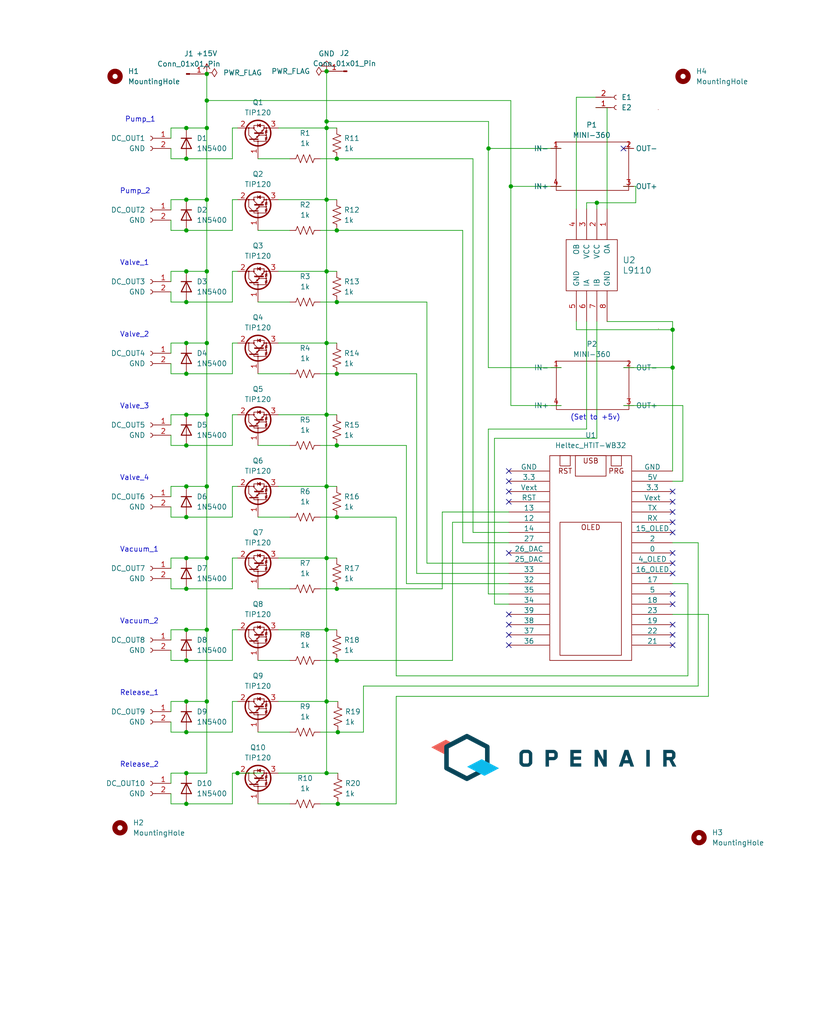
<source format=kicad_sch>
(kicad_sch (version 20230121) (generator eeschema)
  (paper "User" 203.2 254)
  (lib_symbols
    (symbol "Connector:Conn_01x01_Pin" (pin_names (offset 1.016) hide)
      (property "Reference" "J" (at 0 2.54 0))
      (property "Value" "Conn_01x01_Pin" (at 0 -2.54 0))
      (symbol "Conn_01x01_Pin_1_1"
        (polyline (pts (xy 1.27 0) (xy 0.8636 0)) (stroke (width 0.1524)))
        (rectangle (start 0.8636 0.127) (end 0 -0.127) (stroke (width 0.1524)) (fill (type outline)))
        (pin passive line (at 5.08 0 180) (length 3.81) (name "Pin_1") (number "1"))
      )
    )
    (symbol "Connector:Conn_01x02_Socket" (pin_names (offset 1.016) hide)
      (property "Reference" "J" (at 0 2.54 0))
      (property "Value" "Conn_01x02_Socket" (at 0 -5.08 0))
      (symbol "Conn_01x02_Socket_1_1"
        (arc (start 0 -2.032) (mid -0.5058 -2.54) (end 0 -3.048) (stroke (width 0.1524)))
        (polyline (pts (xy -1.27 -2.54) (xy -0.508 -2.54)) (stroke (width 0.1524)))
        (polyline (pts (xy -1.27 0) (xy -0.508 0)) (stroke (width 0.1524)))
        (arc (start 0 0.508) (mid -0.5058 0) (end 0 -0.508) (stroke (width 0.1524)))
        (pin passive line (at -5.08 0 0) (length 3.81) (name "Pin_1") (number "1"))
        (pin passive line (at -5.08 -2.54 0) (length 3.81) (name "Pin_2") (number "2"))
      )
    )
    (symbol "Device:R_US" (pin_numbers hide) (pin_names (offset 0))
      (property "Reference" "R" (at 2.54 0 90))
      (property "Value" "R_US" (at -2.54 0 90))
      (symbol "R_US_0_1"
        (polyline (pts (xy 0 -2.286) (xy 0 -2.54)))
        (polyline (pts (xy 0 2.286) (xy 0 2.54)))
        (polyline (pts (xy 0 -0.762) (xy 1.016 -1.143) (xy 0 -1.524) (xy -1.016 -1.905) (xy 0 -2.286)))
        (polyline (pts (xy 0 0.762) (xy 1.016 0.381) (xy 0 0) (xy -1.016 -0.381) (xy 0 -0.762)))
        (polyline (pts (xy 0 2.286) (xy 1.016 1.905) (xy 0 1.524) (xy -1.016 1.143) (xy 0 0.762)))
      )
      (symbol "R_US_1_1"
        (pin passive line (at 0 3.81 270) (length 1.27) (name "~") (number "1"))
        (pin passive line (at 0 -3.81 90) (length 1.27) (name "~") (number "2"))
      )
    )
    (symbol "Diode:1N5400" (pin_numbers hide) (pin_names hide)
      (property "Reference" "D" (at 0 2.54 0))
      (property "Value" "1N5400" (at 0 -2.54 0))
      (symbol "1N5400_0_1"
        (polyline (pts (xy -1.27 1.27) (xy -1.27 -1.27)) (stroke (width 0.254)))
        (polyline (pts (xy 1.27 0) (xy -1.27 0)))
        (polyline (pts (xy 1.27 1.27) (xy 1.27 -1.27) (xy -1.27 0) (xy 1.27 1.27)) (stroke (width 0.254)))
      )
      (symbol "1N5400_1_1"
        (pin passive line (at -3.81 0 0) (length 2.54) (name "K") (number "1"))
        (pin passive line (at 3.81 0 180) (length 2.54) (name "A") (number "2"))
      )
    )
    (symbol "L9110:L9110" (pin_names (offset 1.016))
      (property "Reference" "U" (at 0 7.62 0))
      (property "Value" "L9110" (at 0 -7.62 0))
      (symbol "L9110_0_1"
        (rectangle (start 6.35 -6.35) (end -6.35 6.35))
      )
      (symbol "L9110_1_1"
        (pin output line (at -13.97 3.81 0) (length 7.62) (name "OA") (number "1"))
        (pin power_in line (at -13.97 1.27 0) (length 7.62) (name "VCC") (number "2"))
        (pin power_in line (at -13.97 -1.27 0) (length 7.62) (name "VCC") (number "3"))
        (pin output line (at -13.97 -3.81 0) (length 7.62) (name "OB") (number "4"))
        (pin power_in line (at 13.97 -3.81 180) (length 7.62) (name "GND") (number "5"))
        (pin input line (at 13.97 -1.27 180) (length 7.62) (name "IA") (number "6"))
        (pin input line (at 13.97 1.27 180) (length 7.62) (name "IB") (number "7"))
        (pin power_in line (at 13.97 3.81 180) (length 7.62) (name "GND") (number "8"))
      )
      (symbol "L9110_1_2"
        (pin output line (at -19.05 12.7 0) (length 7.62) (name "OA") (number "1"))
        (pin output line (at -19.05 5.08 0) (length 7.62) (name "VCC") (number "2"))
        (pin output line (at -19.05 -5.08 0) (length 7.62) (name "VCC") (number "3"))
        (pin power_out line (at -19.05 -12.7 0) (length 7.62) (name "OB") (number "4"))
        (pin power_out line (at 17.78 -12.7 180) (length 7.62) (name "GND") (number "5"))
        (pin input line (at 17.78 -5.08 180) (length 7.62) (name "IA") (number "6"))
        (pin input line (at 17.78 5.08 180) (length 7.62) (name "IB") (number "7"))
        (pin power_in line (at 17.78 12.7 180) (length 7.62) (name "GND") (number "8"))
      )
    )
    (symbol "MINI-360_1"
      (property "Reference" "P1" (at 7.62 15.24 0))
      (property "Value" "MINI-360" (at 7.62 12.7 0))
      (symbol "MINI-360_1_0_1"
        (rectangle (start 24.13 19.05) (end 24.13 19.05))
      )
      (symbol "MINI-360_1_1_1"
        (rectangle (start -1.2 11) (end 16.8 -1))
        (pin input line (at 0 9.398 180) (length 2.54) (name "IN-") (number "1"))
        (pin power_out line (at 15.494 9.398 0) (length 2.54) (name "OUT-") (number "2"))
        (pin power_out line (at 15.494 0 0) (length 2.54) (name "OUT+") (number "3"))
        (pin input line (at 0 0 180) (length 2.54) (name "IN+") (number "4"))
      )
    )
    (symbol "Mechanical:MountingHole" (pin_names (offset 1.016))
      (property "Reference" "H" (at 0 5.08 0))
      (property "Value" "MountingHole" (at 0 3.175 0))
      (symbol "MountingHole_0_1"
        (circle (center 0 0) (radius 1.27) (stroke (width 1.27)))
      )
    )
    (symbol "Transistor_BJT:TIP120" (pin_names (offset 0) hide)
      (property "Reference" "Q" (at 5.08 1.905 0))
      (property "Value" "TIP120" (at 5.08 0 0))
      (symbol "TIP120_0_1"
        (circle (center -0.762 0) (radius 0.127))
        (polyline (pts (xy -1.27 0) (xy -0.889 0)))
        (polyline (pts (xy 2.54 -2.032) (xy 2.54 -2.54)))
        (polyline (pts (xy 2.54 -1.524) (xy 3.175 -1.524)))
        (polyline (pts (xy 2.794 0.127) (xy 3.556 0.127)))
        (polyline (pts (xy 3.175 -0.635) (xy 3.175 -1.524)))
        (polyline (pts (xy 3.175 1.016) (xy 2.54 1.016)))
        (polyline (pts (xy 3.175 1.016) (xy 3.175 0.127)))
        (polyline (pts (xy -0.254 0.762) (xy 0.762 -0.254) (xy 1.27 -0.254)))
        (polyline (pts (xy -0.254 1.016) (xy -0.762 1.016) (xy -0.762 -2.032)))
        (polyline (pts (xy -0.254 1.27) (xy 0.762 2.286) (xy 2.54 2.286)))
        (polyline (pts (xy -0.254 2.032) (xy -0.254 0) (xy -0.254 0)) (stroke (width 0.3048)))
        (polyline (pts (xy 1.27 0.762) (xy 1.27 -1.27) (xy 1.27 -1.27)) (stroke (width 0.381)))
        (polyline (pts (xy 0.635 -0.127) (xy 0.381 0.381) (xy 0.127 0.127) (xy 0.635 -0.127)))
        (polyline (pts (xy 1.27 -0.508) (xy 2.286 -1.524) (xy 2.54 -1.524) (xy 2.54 -2.032)))
        (polyline (pts (xy 1.27 0) (xy 2.286 1.016) (xy 2.54 1.016) (xy 2.54 2.286)))
        (polyline (pts (xy 2.159 -1.397) (xy 1.905 -0.889) (xy 1.651 -1.143) (xy 2.159 -1.397)))
        (polyline (pts (xy 3.175 0.127) (xy 2.794 -0.635) (xy 3.556 -0.635) (xy 3.175 0.127)) (fill (type outline)))
        (polyline (pts (xy 0.762 -2.032) (xy 0.381 -2.032) (xy 0.254 -2.286) (xy 0.127 -1.778) (xy 0 -2.286) (xy -0.127 -1.778) (xy -0.254 -2.286) (xy -0.381 -1.778) (xy -0.508 -2.032) (xy -0.762 -2.032)))
        (polyline (pts (xy 0.762 -0.254) (xy 0.762 -2.032) (xy 1.143 -2.032) (xy 1.27 -1.778) (xy 1.397 -2.286) (xy 1.524 -1.778) (xy 1.651 -2.286) (xy 1.778 -1.778) (xy 1.905 -2.286) (xy 2.032 -2.032) (xy 2.54 -2.032)))
        (circle (center 0.762 -2.032) (radius 0.127))
        (circle (center 0.762 -0.254) (radius 0.127))
        (circle (center 1.27 0) (radius 3.175) (stroke (width 0.3556)))
        (circle (center 2.54 -2.032) (radius 0.127))
        (circle (center 2.54 -1.524) (radius 0.127))
        (circle (center 2.54 1.016) (radius 0.127))
        (circle (center 2.54 2.286) (radius 0.127))
      )
      (symbol "TIP120_1_1"
        (pin input line (at -5.08 0 0) (length 3.81) (name "B") (number "1"))
        (pin passive line (at 2.54 5.08 270) (length 2.667) (name "C") (number "2"))
        (pin passive line (at 2.54 -5.08 90) (length 2.54) (name "E") (number "3"))
      )
    )
    (symbol "esp32:Heltec_HTIT-WB32" (pin_numbers hide) (pin_names (offset 0))
      (property "Reference" "U1" (at 0 30.48 0))
      (property "Value" "Heltec_HTIT-WB32" (at 0 27.94 0))
      (symbol "Heltec_HTIT-WB32_0_0"
        (rectangle (start -5.08 22.86) (end -7.62 25.4))
        (rectangle (start 3.81 25.4) (end -3.81 20.32))
        (rectangle (start 5.08 22.86) (end 7.62 25.4))
        (rectangle (start 7.62 -24.13) (end -7.62 8.89))
        (rectangle (start 10.16 -25.4) (end -10.16 25.4))
        (text "OLED" (at 0 7.62 0) (effects (font (size 1.27 1.27))))
        (text "PRG" (at 6.35 21.59 0) (effects (font (size 1.27 1.27))))
        (text "RST" (at -6.35 21.59 0) (effects (font (size 1.27 1.27))))
        (text "USB" (at 0 24.13 0) (effects (font (size 1.27 1.27))))
      )
      (symbol "Heltec_HTIT-WB32_1_1"
        (pin bidirectional line (at 20.32 1.27 180) (length 10.0076) (name "0") (number "0"))
        (pin bidirectional line (at 20.32 11.43 180) (length 10.0076) (name "TX") (number "1"))
        (pin power_out line (at 20.32 13.97 180) (length 10.0076) (name "Vext") (number "10"))
        (pin power_in line (at 20.32 16.51 180) (length 10.0076) (name "3.3") (number "11"))
        (pin bidirectional line (at -20.32 8.89 0) (length 10.0076) (name "12") (number "12"))
        (pin bidirectional line (at -20.32 11.43 0) (length 10.0076) (name "13") (number "13"))
        (pin bidirectional line (at -20.32 6.35 0) (length 10.0076) (name "14") (number "14"))
        (pin bidirectional line (at 20.32 6.35 180) (length 10.0076) (name "15_OLED") (number "15"))
        (pin bidirectional line (at 20.32 -3.81 180) (length 10.0076) (name "16_OLED") (number "16"))
        (pin bidirectional line (at 20.32 -6.35 180) (length 10.0076) (name "17") (number "17"))
        (pin bidirectional line (at 20.32 -11.43 180) (length 10.0076) (name "18") (number "18"))
        (pin bidirectional line (at 20.32 -16.51 180) (length 10.0076) (name "19") (number "19"))
        (pin bidirectional line (at 20.32 3.81 180) (length 10.0076) (name "2") (number "2"))
        (pin power_in line (at 20.32 19.05 180) (length 10.0076) (name "5V") (number "20"))
        (pin bidirectional line (at 20.32 -21.59 180) (length 10.0076) (name "21") (number "21"))
        (pin bidirectional line (at 20.32 -19.05 180) (length 10.0076) (name "22") (number "22"))
        (pin bidirectional line (at 20.32 -13.97 180) (length 10.0076) (name "23") (number "23"))
        (pin bidirectional line (at -20.32 -1.27 0) (length 10.0076) (name "25_DAC") (number "25"))
        (pin bidirectional line (at -20.32 1.27 0) (length 10.0076) (name "26_DAC") (number "26"))
        (pin bidirectional line (at -20.32 3.81 0) (length 10.0076) (name "27") (number "27"))
        (pin power_in line (at 20.32 21.59 180) (length 10.0076) (name "GND") (number "28"))
        (pin bidirectional line (at 20.32 8.89 180) (length 10.0076) (name "RX") (number "3"))
        (pin input line (at -20.32 -6.35 0) (length 10.0076) (name "32") (number "32"))
        (pin input line (at -20.32 -3.81 0) (length 10.0076) (name "33") (number "33"))
        (pin bidirectional line (at -20.32 -11.43 0) (length 10.0076) (name "34") (number "34"))
        (pin bidirectional line (at -20.32 -8.89 0) (length 10.0076) (name "35") (number "35"))
        (pin input line (at -20.32 -21.59 0) (length 10.0076) (name "36") (number "36"))
        (pin input line (at -20.32 -19.05 0) (length 10.0076) (name "37") (number "37"))
        (pin input line (at -20.32 -16.51 0) (length 10.0076) (name "38") (number "38"))
        (pin input line (at -20.32 -13.97 0) (length 10.0076) (name "39") (number "39"))
        (pin bidirectional line (at 20.32 -1.27 180) (length 10.0076) (name "4_OLED") (number "4"))
        (pin bidirectional line (at 20.32 -8.89 180) (length 10.0076) (name "5") (number "5"))
        (pin input line (at -20.32 13.97 0) (length 10.0076) (name "RST") (number "6"))
        (pin power_out line (at -20.32 16.51 0) (length 10.0076) (name "Vext") (number "7"))
        (pin power_in line (at -20.32 21.59 0) (length 10.0076) (name "GND") (number "8"))
        (pin power_in line (at -20.32 19.05 0) (length 10.0076) (name "3.3") (number "9"))
      )
    )
    (symbol "power:+15V" (power) (pin_names (offset 0))
      (property "Value" "+15V" (at 0 3.556 0))
      (symbol "+15V_0_1"
        (polyline (pts (xy -0.762 1.27) (xy 0 2.54)))
        (polyline (pts (xy 0 0) (xy 0 2.54)))
        (polyline (pts (xy 0 2.54) (xy 0.762 1.27)))
      )
      (symbol "+15V_1_1"
        (pin power_in line (at 0 0 90) (length 0) hide (name "+15V") (number "1"))
      )
    )
    (symbol "power:GND" (power) (pin_names (offset 0))
      (property "Value" "GND" (at 0 -3.81 0))
      (symbol "GND_0_1"
        (polyline (pts (xy 0 0) (xy 0 -1.27) (xy 1.27 -1.27) (xy 0 -2.54) (xy -1.27 -1.27) (xy 0 -1.27)))
      )
      (symbol "GND_1_1"
        (pin power_in line (at 0 0 270) (length 0) hide (name "GND") (number "1"))
      )
    )
    (symbol "power:PWR_FLAG" (power) (pin_numbers hide) (pin_names (offset 0) hide)
      (property "Value" "PWR_FLAG" (at 0 3.81 0))
      (symbol "PWR_FLAG_0_0"
        (pin power_out line (at 0 0 90) (length 0) (name "pwr") (number "1"))
      )
      (symbol "PWR_FLAG_0_1"
        (polyline (pts (xy 0 0) (xy 0 1.27) (xy -1.016 1.905) (xy 0 2.54) (xy 1.016 1.905) (xy 0 1.27)))
      )
    )
  )
  (junction (at 81.026 31.75))
  (junction (at 46.228 173.99))
  (junction (at 81.026 85.09))
  (junction (at 51.308 49.53))
  (junction (at 46.228 39.37))
  (junction (at 83.566 57.15))
  (junction (at 46.228 92.71))
  (junction (at 51.308 85.09))
  (junction (at 51.308 138.43))
  (junction (at 51.308 102.87))
  (junction (at 81.026 173.99))
  (junction (at 81.026 191.77))
  (junction (at 81.026 120.65))
  (junction (at 51.308 24.9428))
  (junction (at 51.308 18.3388))
  (junction (at 83.566 163.83))
  (junction (at 46.228 120.65))
  (junction (at 81.026 49.53))
  (junction (at 46.228 199.39))
  (junction (at 83.82 181.61))
  (junction (at 81.026 30.1244))
  (junction (at 51.308 156.21))
  (junction (at 148.082 50.292))
  (junction (at 166.878 91.186))
  (junction (at 46.228 85.09))
  (junction (at 46.228 67.31))
  (junction (at 46.228 138.43))
  (junction (at 81.026 17.6784))
  (junction (at 51.308 31.75))
  (junction (at 46.228 146.05))
  (junction (at 51.308 67.31))
  (junction (at 126.746 46.228))
  (junction (at 51.308 173.99))
  (junction (at 81.026 156.21))
  (junction (at 83.82 199.39))
  (junction (at 166.878 81.788))
  (junction (at 46.228 110.49))
  (junction (at 81.026 67.31))
  (junction (at 46.228 156.21))
  (junction (at 46.228 57.15))
  (junction (at 83.566 146.05))
  (junction (at 83.566 39.37))
  (junction (at 81.026 102.87))
  (junction (at 46.228 31.75))
  (junction (at 83.566 128.27))
  (junction (at 58.928 191.77))
  (junction (at 46.228 191.77))
  (junction (at 46.228 128.27))
  (junction (at 46.228 181.61))
  (junction (at 46.228 102.87))
  (junction (at 81.026 138.43))
  (junction (at 46.228 49.53))
  (junction (at 83.566 74.93))
  (junction (at 83.566 110.49))
  (junction (at 121.2088 36.83))
  (junction (at 83.566 92.71))
  (junction (at 51.308 120.65))
  (junction (at 46.228 163.83))
  (junction (at 46.228 74.93))
  (no_connect (at 166.878 157.48))
  (no_connect (at 166.878 149.86))
  (no_connect (at 166.878 147.32))
  (no_connect (at 166.878 127))
  (no_connect (at 154.686 36.83))
  (no_connect (at 126.238 121.92))
  (no_connect (at 166.878 132.08))
  (no_connect (at 126.238 160.02))
  (no_connect (at 126.238 124.46))
  (no_connect (at 166.878 124.46))
  (no_connect (at 126.238 152.4))
  (no_connect (at 166.878 154.94))
  (no_connect (at 166.878 142.24))
  (no_connect (at 166.878 139.7))
  (no_connect (at 166.878 137.16))
  (no_connect (at 126.238 116.84))
  (no_connect (at 126.238 157.48))
  (no_connect (at 126.238 119.38))
  (no_connect (at 166.878 160.02))
  (no_connect (at 126.238 137.16))
  (no_connect (at 126.238 154.94))
  (no_connect (at 166.878 121.92))
  (no_connect (at 166.878 129.54))
  (wire (pts (xy 83.82 181.61) (xy 79.502 181.61)))
  (wire (pts (xy 46.228 102.87) (xy 51.308 102.87)))
  (wire (pts (xy 122.682 149.86) (xy 126.238 149.86)))
  (wire (pts (xy 81.026 30.1244) (xy 81.026 31.75)))
  (wire (pts (xy 42.418 128.27) (xy 46.228 128.27)))
  (wire (pts (xy 57.658 49.53) (xy 58.928 49.53)))
  (wire (pts (xy 143.002 79.756) (xy 143.002 81.788)))
  (wire (pts (xy 145.542 50.292) (xy 145.542 51.816)))
  (wire (pts (xy 46.228 138.43) (xy 51.308 138.43)))
  (wire (pts (xy 57.658 67.31) (xy 58.928 67.31)))
  (wire (pts (xy 42.418 156.21) (xy 46.228 156.21)))
  (wire (pts (xy 42.418 52.07) (xy 42.418 49.53)))
  (wire (pts (xy 154.7368 91.186) (xy 166.878 91.186)))
  (wire (pts (xy 46.228 85.09) (xy 51.308 85.09)))
  (wire (pts (xy 64.008 128.27) (xy 71.882 128.27)))
  (wire (pts (xy 42.418 181.61) (xy 46.228 181.61)))
  (wire (pts (xy 100.838 144.78) (xy 100.838 110.49)))
  (wire (pts (xy 126.746 24.9428) (xy 126.746 46.228)))
  (wire (pts (xy 112.268 129.54) (xy 126.238 129.54)))
  (wire (pts (xy 166.878 91.186) (xy 166.878 116.84)))
  (wire (pts (xy 42.418 85.09) (xy 46.228 85.09)))
  (wire (pts (xy 126.238 139.7) (xy 105.918 139.7)))
  (wire (pts (xy 42.418 199.39) (xy 46.228 199.39)))
  (wire (pts (xy 64.008 163.83) (xy 71.882 163.83)))
  (wire (pts (xy 51.308 156.21) (xy 51.308 173.99)))
  (wire (pts (xy 81.026 102.87) (xy 83.566 102.87)))
  (wire (pts (xy 166.878 79.756) (xy 166.878 81.788)))
  (wire (pts (xy 42.418 34.29) (xy 42.418 31.75)))
  (wire (pts (xy 57.658 110.49) (xy 57.658 102.87)))
  (wire (pts (xy 64.008 181.61) (xy 71.882 181.61)))
  (wire (pts (xy 166.878 134.62) (xy 173.228 134.62)))
  (wire (pts (xy 57.658 102.87) (xy 58.928 102.87)))
  (wire (pts (xy 90.17 170.18) (xy 90.17 181.61)))
  (wire (pts (xy 46.228 173.99) (xy 51.308 173.99)))
  (wire (pts (xy 51.308 24.9428) (xy 51.308 31.75)))
  (wire (pts (xy 121.158 36.83) (xy 121.158 91.186)))
  (wire (pts (xy 69.088 191.77) (xy 81.026 191.77)))
  (wire (pts (xy 69.088 31.75) (xy 81.026 31.75)))
  (wire (pts (xy 150.622 26.67) (xy 150.622 51.816)))
  (wire (pts (xy 57.658 39.37) (xy 57.658 31.75)))
  (wire (pts (xy 57.658 31.75) (xy 58.928 31.75)))
  (wire (pts (xy 147.828 26.67) (xy 150.622 26.67)))
  (wire (pts (xy 126.746 100.584) (xy 139.2428 100.584)))
  (wire (pts (xy 122.682 149.86) (xy 122.682 108.712)))
  (wire (pts (xy 81.026 156.21) (xy 83.566 156.21)))
  (wire (pts (xy 64.008 74.93) (xy 71.882 74.93)))
  (wire (pts (xy 42.418 173.99) (xy 46.228 173.99)))
  (wire (pts (xy 46.228 191.77) (xy 51.308 191.77)))
  (wire (pts (xy 170.688 167.64) (xy 98.298 167.64)))
  (wire (pts (xy 46.228 156.21) (xy 51.308 156.21)))
  (wire (pts (xy 79.502 128.27) (xy 83.566 128.27)))
  (wire (pts (xy 81.026 102.87) (xy 81.026 120.65)))
  (wire (pts (xy 83.566 92.71) (xy 103.378 92.71)))
  (wire (pts (xy 57.658 199.39) (xy 57.658 191.77)))
  (wire (pts (xy 81.026 120.65) (xy 83.566 120.65)))
  (wire (pts (xy 83.566 39.37) (xy 117.348 39.37)))
  (wire (pts (xy 64.008 57.15) (xy 71.882 57.15)))
  (wire (pts (xy 42.418 194.31) (xy 42.418 191.77)))
  (wire (pts (xy 51.308 49.53) (xy 51.308 67.31)))
  (wire (pts (xy 64.008 199.39) (xy 71.882 199.39)))
  (wire (pts (xy 64.008 110.49) (xy 71.882 110.49)))
  (wire (pts (xy 46.228 39.37) (xy 57.658 39.37)))
  (wire (pts (xy 121.2088 36.83) (xy 139.192 36.83)))
  (wire (pts (xy 64.008 92.71) (xy 71.882 92.71)))
  (wire (pts (xy 81.026 85.09) (xy 81.026 102.87)))
  (wire (pts (xy 150.622 79.756) (xy 166.878 79.756)))
  (wire (pts (xy 109.728 146.05) (xy 109.728 127)))
  (wire (pts (xy 173.228 134.62) (xy 173.228 170.18)))
  (wire (pts (xy 51.308 120.65) (xy 51.308 138.43)))
  (wire (pts (xy 42.418 49.53) (xy 46.228 49.53)))
  (wire (pts (xy 57.658 85.09) (xy 58.928 85.09)))
  (wire (pts (xy 114.808 57.15) (xy 114.808 134.62)))
  (wire (pts (xy 46.228 31.75) (xy 51.308 31.75)))
  (wire (pts (xy 166.878 144.78) (xy 170.688 144.78)))
  (wire (pts (xy 51.308 85.09) (xy 51.308 102.87)))
  (wire (pts (xy 64.008 146.05) (xy 71.882 146.05)))
  (wire (pts (xy 90.17 181.61) (xy 83.82 181.61)))
  (wire (pts (xy 46.228 163.83) (xy 57.658 163.83)))
  (wire (pts (xy 42.418 191.77) (xy 46.228 191.77)))
  (wire (pts (xy 46.228 49.53) (xy 51.308 49.53)))
  (wire (pts (xy 79.502 92.71) (xy 83.566 92.71)))
  (wire (pts (xy 103.378 142.24) (xy 103.378 92.71)))
  (wire (pts (xy 46.228 128.27) (xy 57.658 128.27)))
  (wire (pts (xy 46.228 120.65) (xy 51.308 120.65)))
  (wire (pts (xy 79.502 110.49) (xy 83.566 110.49)))
  (wire (pts (xy 121.158 106.426) (xy 121.158 147.32)))
  (wire (pts (xy 166.878 152.4) (xy 175.768 152.4)))
  (wire (pts (xy 81.026 138.43) (xy 83.566 138.43)))
  (wire (pts (xy 81.026 191.77) (xy 83.82 191.77)))
  (wire (pts (xy 57.658 146.05) (xy 57.658 138.43)))
  (wire (pts (xy 51.308 24.9428) (xy 126.746 24.9428)))
  (wire (pts (xy 51.308 31.75) (xy 51.308 49.53)))
  (wire (pts (xy 42.418 105.41) (xy 42.418 102.87)))
  (wire (pts (xy 42.418 163.83) (xy 46.228 163.83)))
  (wire (pts (xy 121.2088 36.83) (xy 121.158 36.83)))
  (wire (pts (xy 145.542 79.756) (xy 145.542 106.426)))
  (wire (pts (xy 42.418 123.19) (xy 42.418 120.65)))
  (wire (pts (xy 46.228 92.71) (xy 57.658 92.71)))
  (wire (pts (xy 169.418 100.584) (xy 169.418 119.38)))
  (wire (pts (xy 81.026 17.6784) (xy 81.026 30.1244)))
  (wire (pts (xy 83.566 110.49) (xy 100.838 110.49)))
  (wire (pts (xy 105.918 139.7) (xy 105.918 74.93)))
  (wire (pts (xy 42.418 39.37) (xy 46.228 39.37)))
  (wire (pts (xy 81.026 49.53) (xy 81.026 67.31)))
  (wire (pts (xy 109.728 127) (xy 126.238 127)))
  (wire (pts (xy 83.566 74.93) (xy 105.918 74.93)))
  (wire (pts (xy 46.228 74.93) (xy 57.658 74.93)))
  (wire (pts (xy 42.418 92.71) (xy 46.228 92.71)))
  (wire (pts (xy 148.082 108.712) (xy 148.082 79.756)))
  (wire (pts (xy 42.418 57.15) (xy 46.228 57.15)))
  (wire (pts (xy 42.418 87.63) (xy 42.418 85.09)))
  (wire (pts (xy 42.418 69.85) (xy 42.418 67.31)))
  (wire (pts (xy 79.502 74.93) (xy 83.566 74.93)))
  (wire (pts (xy 98.298 172.72) (xy 98.298 199.39)))
  (wire (pts (xy 81.026 138.43) (xy 81.026 156.21)))
  (wire (pts (xy 57.658 92.71) (xy 57.658 85.09)))
  (wire (pts (xy 114.808 134.62) (xy 126.238 134.62)))
  (wire (pts (xy 117.348 39.37) (xy 117.348 132.08)))
  (wire (pts (xy 57.658 173.99) (xy 58.928 173.99)))
  (wire (pts (xy 154.7368 100.584) (xy 169.418 100.584)))
  (wire (pts (xy 51.308 102.87) (xy 51.308 120.65)))
  (wire (pts (xy 81.026 85.09) (xy 83.566 85.09)))
  (wire (pts (xy 148.082 50.292) (xy 145.542 50.292)))
  (wire (pts (xy 42.418 125.73) (xy 42.418 128.27)))
  (wire (pts (xy 42.418 146.05) (xy 46.228 146.05)))
  (wire (pts (xy 51.308 173.99) (xy 51.308 191.77)))
  (wire (pts (xy 69.088 102.87) (xy 81.026 102.87)))
  (wire (pts (xy 69.088 120.65) (xy 81.026 120.65)))
  (wire (pts (xy 173.228 170.18) (xy 90.17 170.18)))
  (wire (pts (xy 79.502 163.83) (xy 83.566 163.83)))
  (wire (pts (xy 69.088 156.21) (xy 81.026 156.21)))
  (wire (pts (xy 157.734 46.228) (xy 157.734 50.292)))
  (wire (pts (xy 57.658 128.27) (xy 57.658 120.65)))
  (wire (pts (xy 46.228 110.49) (xy 57.658 110.49)))
  (wire (pts (xy 154.686 46.228) (xy 157.734 46.228)))
  (wire (pts (xy 166.878 119.38) (xy 169.418 119.38)))
  (wire (pts (xy 42.418 90.17) (xy 42.418 92.71)))
  (wire (pts (xy 79.502 199.39) (xy 83.82 199.39)))
  (wire (pts (xy 126.238 142.24) (xy 103.378 142.24)))
  (wire (pts (xy 46.228 57.15) (xy 57.658 57.15)))
  (wire (pts (xy 81.026 173.99) (xy 83.82 173.99)))
  (wire (pts (xy 57.658 120.65) (xy 58.928 120.65)))
  (wire (pts (xy 83.566 57.15) (xy 114.808 57.15)))
  (wire (pts (xy 81.026 173.99) (xy 81.026 191.77)))
  (wire (pts (xy 46.228 181.61) (xy 57.658 181.61)))
  (wire (pts (xy 69.088 67.31) (xy 81.026 67.31)))
  (wire (pts (xy 148.082 50.292) (xy 148.082 51.816)))
  (wire (pts (xy 57.658 156.21) (xy 58.928 156.21)))
  (wire (pts (xy 79.502 57.15) (xy 83.566 57.15)))
  (wire (pts (xy 69.088 138.43) (xy 81.026 138.43)))
  (wire (pts (xy 143.002 81.788) (xy 166.878 81.788)))
  (wire (pts (xy 122.682 108.712) (xy 148.082 108.712)))
  (wire (pts (xy 42.418 36.83) (xy 42.418 39.37)))
  (wire (pts (xy 81.026 67.31) (xy 83.566 67.31)))
  (wire (pts (xy 81.026 49.53) (xy 83.566 49.53)))
  (wire (pts (xy 112.268 163.83) (xy 112.268 129.54)))
  (wire (pts (xy 98.298 167.64) (xy 98.298 128.27)))
  (wire (pts (xy 126.746 46.228) (xy 126.746 100.584)))
  (wire (pts (xy 65.278 191.77) (xy 58.928 191.77)))
  (wire (pts (xy 42.418 102.87) (xy 46.228 102.87)))
  (wire (pts (xy 147.828 24.13) (xy 143.002 24.13)))
  (wire (pts (xy 42.418 31.75) (xy 46.228 31.75)))
  (wire (pts (xy 170.688 144.78) (xy 170.688 167.64)))
  (wire (pts (xy 81.026 31.75) (xy 83.566 31.75)))
  (wire (pts (xy 81.026 67.31) (xy 81.026 85.09)))
  (wire (pts (xy 46.228 146.05) (xy 57.658 146.05)))
  (wire (pts (xy 166.878 81.788) (xy 166.878 91.186)))
  (wire (pts (xy 42.418 179.07) (xy 42.418 181.61)))
  (wire (pts (xy 81.026 156.21) (xy 81.026 173.99)))
  (wire (pts (xy 121.158 147.32) (xy 126.238 147.32)))
  (wire (pts (xy 175.768 152.4) (xy 175.768 172.72)))
  (wire (pts (xy 57.658 191.77) (xy 58.928 191.77)))
  (wire (pts (xy 42.418 74.93) (xy 46.228 74.93)))
  (wire (pts (xy 42.418 120.65) (xy 46.228 120.65)))
  (wire (pts (xy 51.308 138.43) (xy 51.308 156.21)))
  (wire (pts (xy 81.026 120.65) (xy 81.026 138.43)))
  (wire (pts (xy 42.418 72.39) (xy 42.418 74.93)))
  (wire (pts (xy 42.418 110.49) (xy 46.228 110.49)))
  (wire (pts (xy 51.308 67.31) (xy 51.308 85.09)))
  (wire (pts (xy 83.566 146.05) (xy 109.728 146.05)))
  (wire (pts (xy 175.768 172.72) (xy 98.298 172.72)))
  (wire (pts (xy 83.566 163.83) (xy 112.268 163.83)))
  (wire (pts (xy 83.82 199.39) (xy 98.298 199.39)))
  (wire (pts (xy 57.658 138.43) (xy 58.928 138.43)))
  (wire (pts (xy 42.418 158.75) (xy 42.418 156.21)))
  (wire (pts (xy 117.348 132.08) (xy 126.238 132.08)))
  (wire (pts (xy 81.026 17.4244) (xy 81.026 17.6784)))
  (wire (pts (xy 57.658 57.15) (xy 57.658 49.53)))
  (wire (pts (xy 57.658 181.61) (xy 57.658 173.99)))
  (wire (pts (xy 126.746 46.228) (xy 139.192 46.228)))
  (wire (pts (xy 46.228 67.31) (xy 51.308 67.31)))
  (wire (pts (xy 121.158 91.186) (xy 139.2428 91.186)))
  (wire (pts (xy 148.082 50.292) (xy 157.734 50.292)))
  (wire (pts (xy 51.308 18.3388) (xy 51.308 24.9428)))
  (wire (pts (xy 42.418 67.31) (xy 46.228 67.31)))
  (wire (pts (xy 126.238 144.78) (xy 100.838 144.78)))
  (wire (pts (xy 57.658 74.93) (xy 57.658 67.31)))
  (wire (pts (xy 42.418 161.29) (xy 42.418 163.83)))
  (wire (pts (xy 81.026 31.75) (xy 81.026 49.53)))
  (wire (pts (xy 69.088 85.09) (xy 81.026 85.09)))
  (wire (pts (xy 57.658 163.83) (xy 57.658 156.21)))
  (wire (pts (xy 42.418 138.43) (xy 46.228 138.43)))
  (wire (pts (xy 42.418 140.97) (xy 42.418 138.43)))
  (wire (pts (xy 42.418 54.61) (xy 42.418 57.15)))
  (wire (pts (xy 51.308 18.034) (xy 51.308 18.3388)))
  (wire (pts (xy 143.002 24.13) (xy 143.002 51.816)))
  (wire (pts (xy 83.566 128.27) (xy 98.298 128.27)))
  (wire (pts (xy 79.502 39.37) (xy 83.566 39.37)))
  (wire (pts (xy 42.418 143.51) (xy 42.418 146.05)))
  (wire (pts (xy 42.418 176.53) (xy 42.418 173.99)))
  (wire (pts (xy 69.088 173.99) (xy 81.026 173.99)))
  (wire (pts (xy 145.542 106.426) (xy 121.158 106.426)))
  (wire (pts (xy 46.228 199.39) (xy 57.658 199.39)))
  (wire (pts (xy 42.418 196.85) (xy 42.418 199.39)))
  (wire (pts (xy 69.088 49.53) (xy 81.026 49.53)))
  (wire (pts (xy 81.026 30.1244) (xy 121.2088 30.1244)))
  (wire (pts (xy 42.418 107.95) (xy 42.418 110.49)))
  (wire (pts (xy 64.008 39.37) (xy 71.882 39.37)))
  (wire (pts (xy 79.502 146.05) (xy 83.566 146.05)))
  (wire (pts (xy 121.2088 30.1244) (xy 121.2088 36.83)))
  (image (at 137.414 187.96) (scale 0.246906))
  (text "Vacuum_1" (at 29.718 137.16 0) (effects (font (size 1.27 1.27)) (justify left bottom)))
  (text "Pump_2" (at 29.718 48.26 0) (effects (font (size 1.27 1.27)) (justify left bottom)))
  (text "(Set to +5v)" (at 141.478 104.394 0) (effects (font (size 1.27 1.27)) (justify left bottom)))
  (text "Vacuum_2" (at 29.718 154.94 0) (effects (font (size 1.27 1.27)) (justify left bottom)))
  (text "Valve_2" (at 29.718 83.82 0) (effects (font (size 1.27 1.27)) (justify left bottom)))
  (text "Pump_1" (at 30.988 30.48 0) (effects (font (size 1.27 1.27)) (justify left bottom)))
  (text "Release_1" (at 29.718 172.72 0) (effects (font (size 1.27 1.27)) (justify left bottom)))
  (text "Release_2" (at 29.718 190.5 0) (effects (font (size 1.27 1.27)) (justify left bottom)))
  (text "Valve_1" (at 29.718 66.04 0) (effects (font (size 1.27 1.27)) (justify left bottom)))
  (text "Valve_3" (at 29.718 101.6 0) (effects (font (size 1.27 1.27)) (justify left bottom)))
  (text "Valve_4" (at 29.718 119.38 0) (effects (font (size 1.27 1.27)) (justify left bottom)))
  (symbol (lib_id "Connector:Conn_01x02_Socket") (at 37.338 140.97 0) (mirror y) (unit 1)
    (property "Reference" "DC_OUT7" (at 36.068 140.97 0) (effects (justify left)))
    (property "Value" "GND" (at 36.068 143.51 0) (effects (justify left)))
    (property "Footprint" "Connector_PinSocket_2.54mm:PinSocket_1x02_P2.54mm_Vertical" (effects hide))
  )
  (symbol (lib_id "Transistor_BJT:TIP120") (at 64.008 52.07 90) (unit 1)
    (property "Reference" "Q2" (at 64.008 43.18 90))
    (property "Value" "TIP120" (at 64.008 45.72 90))
    (property "Footprint" "Package_TO_SOT_THT:TO-220-3_Vertical" (effects hide))
    (property "Datasheet" "https://www.onsemi.com/pub/Collateral/TIP120-D.PDF" (effects hide))
  )
  (symbol (lib_id "Device:R_US") (at 75.692 163.83 90) (unit 1)
    (property "Reference" "R8" (at 75.692 157.48 90))
    (property "Value" "1k" (at 75.692 160.02 90))
    (property "Footprint" "Resistor_THT:R_Axial_DIN0207_L6.3mm_D2.5mm_P7.62mm_Horizontal" (effects hide))
  )
  (symbol (lib_id "Device:R_US") (at 83.566 124.46 180) (unit 1)
    (property "Reference" "R16" (at 85.344 123.19 0) (effects (justify right)))
    (property "Value" "1k" (at 85.344 125.73 0) (effects (justify right)))
    (property "Footprint" "Resistor_THT:R_Axial_DIN0207_L6.3mm_D2.5mm_P7.62mm_Horizontal" (effects hide))
  )
  (symbol (lib_id "Device:R_US") (at 75.692 128.27 90) (unit 1)
    (property "Reference" "R6" (at 75.692 121.92 90))
    (property "Value" "1k" (at 75.692 124.46 90))
    (property "Footprint" "Resistor_THT:R_Axial_DIN0207_L6.3mm_D2.5mm_P7.62mm_Horizontal" (effects hide))
  )
  (symbol (lib_id "Diode:1N5400") (at 46.228 71.12 270) (unit 1)
    (property "Reference" "D3" (at 48.768 69.85 90) (effects (justify left)))
    (property "Value" "1N5400" (at 48.768 72.39 90) (effects (justify left)))
    (property "Footprint" "Diode_THT:D_DO-34_SOD68_P10.16mm_Horizontal" (effects hide))
    (property "Datasheet" "http://www.vishay.com/docs/88516/1n5400.pdf" (effects hide))
    (property "Sim.Device" "D" (effects hide))
    (property "Sim.Pins" "1=K 2=A" (effects hide))
  )
  (symbol (lib_id "Device:R_US") (at 83.566 88.9 180) (unit 1)
    (property "Reference" "R14" (at 85.344 87.63 0) (effects (justify right)))
    (property "Value" "1k" (at 85.344 90.17 0) (effects (justify right)))
    (property "Footprint" "Resistor_THT:R_Axial_DIN0207_L6.3mm_D2.5mm_P7.62mm_Horizontal" (effects hide))
  )
  (symbol (lib_id "Connector:Conn_01x02_Socket") (at 37.338 69.85 0) (mirror y) (unit 1)
    (property "Reference" "DC_OUT3" (at 36.068 69.85 0) (effects (justify left)))
    (property "Value" "GND" (at 36.068 72.39 0) (effects (justify left)))
    (property "Footprint" "Connector_PinSocket_2.54mm:PinSocket_1x02_P2.54mm_Vertical" (effects hide))
  )
  (symbol (lib_id "Transistor_BJT:TIP120") (at 64.008 69.85 90) (unit 1)
    (property "Reference" "Q3" (at 64.008 60.96 90))
    (property "Value" "TIP120" (at 64.008 63.5 90))
    (property "Footprint" "Package_TO_SOT_THT:TO-220-3_Vertical" (effects hide))
    (property "Datasheet" "https://www.onsemi.com/pub/Collateral/TIP120-D.PDF" (effects hide))
  )
  (symbol (lib_id "Connector:Conn_01x02_Socket") (at 37.338 158.75 0) (mirror y) (unit 1)
    (property "Reference" "DC_OUT8" (at 36.068 158.75 0) (effects (justify left)))
    (property "Value" "GND" (at 36.068 161.29 0) (effects (justify left)))
    (property "Footprint" "Connector_PinSocket_2.54mm:PinSocket_1x02_P2.54mm_Vertical" (effects hide))
  )
  (symbol (lib_id "Mechanical:MountingHole") (at 169.4688 18.9484 0) (unit 1)
    (property "Reference" "H4" (at 172.6692 17.6784 0) (effects (justify left)))
    (property "Value" "MountingHole" (at 172.6692 20.2184 0) (effects (justify left)))
    (property "Footprint" "MountingHole:MountingHole_2.2mm_M2" (effects hide))
  )
  (symbol (lib_id "Connector:Conn_01x02_Socket") (at 37.338 123.19 0) (mirror y) (unit 1)
    (property "Reference" "DC_OUT6" (at 36.068 123.19 0) (effects (justify left)))
    (property "Value" "GND" (at 36.068 125.73 0) (effects (justify left)))
    (property "Footprint" "Connector_PinSocket_2.54mm:PinSocket_1x02_P2.54mm_Vertical" (effects hide))
  )
  (symbol (lib_id "Diode:1N5400") (at 46.228 195.58 270) (unit 1)
    (property "Reference" "D10" (at 48.768 194.31 90) (effects (justify left)))
    (property "Value" "1N5400" (at 48.768 196.85 90) (effects (justify left)))
    (property "Footprint" "Diode_THT:D_DO-34_SOD68_P10.16mm_Horizontal" (effects hide))
    (property "Datasheet" "http://www.vishay.com/docs/88516/1n5400.pdf" (effects hide))
    (property "Sim.Device" "D" (effects hide))
    (property "Sim.Pins" "1=K 2=A" (effects hide))
  )
  (symbol (lib_id "Mechanical:MountingHole") (at 173.4312 207.772 0) (unit 1)
    (property "Reference" "H3" (at 176.6316 206.502 0) (effects (justify left)))
    (property "Value" "MountingHole" (at 176.6316 209.042 0) (effects (justify left)))
    (property "Footprint" "MountingHole:MountingHole_2.2mm_M2" (effects hide))
  )
  (symbol (lib_id "power:PWR_FLAG") (at 81.026 17.6784 90) (unit 1)
    (property "Reference" "#FLG01" (effects hide))
    (property "Value" "PWR_FLAG" (at 76.962 17.6784 90) (effects (justify left)))
  )
  (symbol (lib_id "Connector:Conn_01x02_Socket") (at 37.338 176.53 0) (mirror y) (unit 1)
    (property "Reference" "DC_OUT9" (at 36.068 176.53 0) (effects (justify left)))
    (property "Value" "GND" (at 36.068 179.07 0) (effects (justify left)))
    (property "Footprint" "Connector_PinSocket_2.54mm:PinSocket_1x02_P2.54mm_Vertical" (effects hide))
  )
  (symbol (lib_id "Connector:Conn_01x01_Pin") (at 86.106 17.6784 180) (unit 1)
    (property "Reference" "J2" (at 85.471 13.208 0))
    (property "Value" "Conn_01x01_Pin" (at 85.471 15.748 0))
    (property "Footprint" "Connector_PinSocket_2.54mm:PinSocket_1x01_P2.54mm_Vertical" (effects hide))
  )
  (symbol (lib_id "Device:R_US") (at 75.692 199.39 90) (unit 1)
    (property "Reference" "R10" (at 75.692 193.04 90))
    (property "Value" "1k" (at 75.692 195.58 90))
    (property "Footprint" "Resistor_THT:R_Axial_DIN0207_L6.3mm_D2.5mm_P7.62mm_Horizontal" (effects hide))
  )
  (symbol (lib_id "Device:R_US") (at 75.692 39.37 90) (unit 1)
    (property "Reference" "R1" (at 75.692 33.02 90))
    (property "Value" "1k" (at 75.692 35.56 90))
    (property "Footprint" "Resistor_THT:R_Axial_DIN0207_L6.3mm_D2.5mm_P7.62mm_Horizontal" (effects hide))
  )
  (symbol (lib_id "Connector:Conn_01x02_Socket") (at 37.338 87.63 0) (mirror y) (unit 1)
    (property "Reference" "DC_OUT4" (at 36.068 87.63 0) (effects (justify left)))
    (property "Value" "GND" (at 36.068 90.17 0) (effects (justify left)))
    (property "Footprint" "Connector_PinSocket_2.54mm:PinSocket_1x02_P2.54mm_Vertical" (effects hide))
  )
  (symbol (lib_id "power:+15V") (at 51.308 18.3388 0) (unit 1)
    (property "Reference" "#J01" (effects hide))
    (property "Value" "+15V" (at 51.308 13.2588 0))
  )
  (symbol (lib_id "Device:R_US") (at 75.692 92.71 90) (unit 1)
    (property "Reference" "R4" (at 75.692 86.36 90))
    (property "Value" "1k" (at 75.692 88.9 90))
    (property "Footprint" "Resistor_THT:R_Axial_DIN0207_L6.3mm_D2.5mm_P7.62mm_Horizontal" (effects hide))
  )
  (symbol (lib_id "Connector:Conn_01x01_Pin") (at 46.228 18.3388 0) (unit 1)
    (property "Reference" "J1" (at 46.863 13.3096 0))
    (property "Value" "Conn_01x01_Pin" (at 46.863 15.8496 0))
    (property "Footprint" "Connector_PinSocket_2.54mm:PinSocket_1x01_P2.54mm_Vertical" (effects hide))
  )
  (symbol (lib_id "Diode:1N5400") (at 46.228 88.9 270) (unit 1)
    (property "Reference" "D4" (at 48.768 87.63 90) (effects (justify left)))
    (property "Value" "1N5400" (at 48.768 90.17 90) (effects (justify left)))
    (property "Footprint" "Diode_THT:D_DO-34_SOD68_P10.16mm_Horizontal" (effects hide))
    (property "Datasheet" "http://www.vishay.com/docs/88516/1n5400.pdf" (effects hide))
    (property "Sim.Device" "D" (effects hide))
    (property "Sim.Pins" "1=K 2=A" (effects hide))
  )
  (symbol (lib_id "esp32:Heltec_HTIT-WB32") (at 146.558 138.43 0) (unit 1)
    (property "Reference" "U1" (at 146.558 107.95 0))
    (property "Value" "Heltec_HTIT-WB32" (at 146.558 110.49 0))
    (property "Footprint" "Custom Footprints:Heltec_HTIT-WB32" (effects hide))
  )
  (symbol (lib_name "MINI-360_1") (lib_id "74xGxx:MINI-360") (at 139.192 46.228 0) (unit 1)
    (property "Reference" "P1" (at 146.812 30.988 0))
    (property "Value" "MINI-360" (at 146.812 33.528 0))
    (property "Footprint" "Custom Footprints:MINI-360" (effects hide))
  )
  (symbol (lib_id "Connector:Conn_01x02_Socket") (at 37.338 105.41 0) (mirror y) (unit 1)
    (property "Reference" "DC_OUT5" (at 36.068 105.41 0) (effects (justify left)))
    (property "Value" "GND" (at 36.068 107.95 0) (effects (justify left)))
    (property "Footprint" "Connector_PinSocket_2.54mm:PinSocket_1x02_P2.54mm_Vertical" (effects hide))
  )
  (symbol (lib_id "Device:R_US") (at 75.692 110.49 90) (unit 1)
    (property "Reference" "R5" (at 75.692 104.14 90))
    (property "Value" "1k" (at 75.692 106.68 90))
    (property "Footprint" "Resistor_THT:R_Axial_DIN0207_L6.3mm_D2.5mm_P7.62mm_Horizontal" (effects hide))
  )
  (symbol (lib_id "Mechanical:MountingHole") (at 29.7688 205.3336 0) (unit 1)
    (property "Reference" "H2" (at 32.9692 204.0636 0) (effects (justify left)))
    (property "Value" "MountingHole" (at 32.9692 206.6036 0) (effects (justify left)))
    (property "Footprint" "MountingHole:MountingHole_2.2mm_M2" (effects hide))
  )
  (symbol (lib_id "power:GND") (at 81.026 17.6784 180) (unit 1)
    (property "Reference" "#J02" (effects hide))
    (property "Value" "GND" (at 81.026 13.3096 0))
  )
  (symbol (lib_id "Diode:1N5400") (at 46.228 160.02 270) (unit 1)
    (property "Reference" "D8" (at 48.768 158.75 90) (effects (justify left)))
    (property "Value" "1N5400" (at 48.768 161.29 90) (effects (justify left)))
    (property "Footprint" "Diode_THT:D_DO-34_SOD68_P10.16mm_Horizontal" (effects hide))
    (property "Datasheet" "http://www.vishay.com/docs/88516/1n5400.pdf" (effects hide))
    (property "Sim.Device" "D" (effects hide))
    (property "Sim.Pins" "1=K 2=A" (effects hide))
  )
  (symbol (lib_id "Diode:1N5400") (at 46.228 142.24 270) (unit 1)
    (property "Reference" "D7" (at 48.768 140.97 90) (effects (justify left)))
    (property "Value" "1N5400" (at 48.768 143.51 90) (effects (justify left)))
    (property "Footprint" "Diode_THT:D_DO-34_SOD68_P10.16mm_Horizontal" (effects hide))
    (property "Datasheet" "http://www.vishay.com/docs/88516/1n5400.pdf" (effects hide))
    (property "Sim.Device" "D" (effects hide))
    (property "Sim.Pins" "1=K 2=A" (effects hide))
  )
  (symbol (lib_id "Transistor_BJT:TIP120") (at 64.008 87.63 90) (unit 1)
    (property "Reference" "Q4" (at 64.008 78.74 90))
    (property "Value" "TIP120" (at 64.008 81.28 90))
    (property "Footprint" "Package_TO_SOT_THT:TO-220-3_Vertical" (effects hide))
    (property "Datasheet" "https://www.onsemi.com/pub/Collateral/TIP120-D.PDF" (effects hide))
  )
  (symbol (lib_id "Transistor_BJT:TIP120") (at 64.008 158.75 90) (unit 1)
    (property "Reference" "Q8" (at 64.008 149.86 90))
    (property "Value" "TIP120" (at 64.008 152.4 90))
    (property "Footprint" "Package_TO_SOT_THT:TO-220-3_Vertical" (effects hide))
    (property "Datasheet" "https://www.onsemi.com/pub/Collateral/TIP120-D.PDF" (effects hide))
  )
  (symbol (lib_id "Transistor_BJT:TIP120") (at 64.008 194.31 90) (unit 1)
    (property "Reference" "Q10" (at 64.008 185.42 90))
    (property "Value" "TIP120" (at 64.008 187.96 90))
    (property "Footprint" "Package_TO_SOT_THT:TO-220-3_Vertical" (effects hide))
    (property "Datasheet" "https://www.onsemi.com/pub/Collateral/TIP120-D.PDF" (effects hide))
  )
  (symbol (lib_id "Device:R_US") (at 75.692 181.61 90) (unit 1)
    (property "Reference" "R9" (at 75.692 175.26 90))
    (property "Value" "1k" (at 75.692 177.8 90))
    (property "Footprint" "Resistor_THT:R_Axial_DIN0207_L6.3mm_D2.5mm_P7.62mm_Horizontal" (effects hide))
  )
  (symbol (lib_id "Transistor_BJT:TIP120") (at 64.008 140.97 90) (unit 1)
    (property "Reference" "Q7" (at 64.008 132.08 90))
    (property "Value" "TIP120" (at 64.008 134.62 90))
    (property "Footprint" "Package_TO_SOT_THT:TO-220-3_Vertical" (effects hide))
    (property "Datasheet" "https://www.onsemi.com/pub/Collateral/TIP120-D.PDF" (effects hide))
  )
  (symbol (lib_id "Diode:1N5400") (at 46.228 35.56 270) (unit 1)
    (property "Reference" "D1" (at 48.768 34.29 90) (effects (justify left)))
    (property "Value" "1N5400" (at 48.768 36.83 90) (effects (justify left)))
    (property "Footprint" "Diode_THT:D_DO-34_SOD68_P10.16mm_Horizontal" (effects hide))
    (property "Datasheet" "http://www.vishay.com/docs/88516/1n5400.pdf" (effects hide))
    (property "Sim.Device" "D" (effects hide))
    (property "Sim.Pins" "1=K 2=A" (effects hide))
  )
  (symbol (lib_id "Device:R_US") (at 83.566 106.68 180) (unit 1)
    (property "Reference" "R15" (at 85.344 105.41 0) (effects (justify right)))
    (property "Value" "1k" (at 85.344 107.95 0) (effects (justify right)))
    (property "Footprint" "Resistor_THT:R_Axial_DIN0207_L6.3mm_D2.5mm_P7.62mm_Horizontal" (effects hide))
  )
  (symbol (lib_id "Device:R_US") (at 75.692 146.05 90) (unit 1)
    (property "Reference" "R7" (at 75.692 139.7 90))
    (property "Value" "1k" (at 75.692 142.24 90))
    (property "Footprint" "Resistor_THT:R_Axial_DIN0207_L6.3mm_D2.5mm_P7.62mm_Horizontal" (effects hide))
  )
  (symbol (lib_id "Diode:1N5400") (at 46.228 177.8 270) (unit 1)
    (property "Reference" "D9" (at 48.768 176.53 90) (effects (justify left)))
    (property "Value" "1N5400" (at 48.768 179.07 90) (effects (justify left)))
    (property "Footprint" "Diode_THT:D_DO-34_SOD68_P10.16mm_Horizontal" (effects hide))
    (property "Datasheet" "http://www.vishay.com/docs/88516/1n5400.pdf" (effects hide))
    (property "Sim.Device" "D" (effects hide))
    (property "Sim.Pins" "1=K 2=A" (effects hide))
  )
  (symbol (lib_id "Device:R_US") (at 83.566 160.02 180) (unit 1)
    (property "Reference" "R18" (at 85.344 158.75 0) (effects (justify right)))
    (property "Value" "1k" (at 85.344 161.29 0) (effects (justify right)))
    (property "Footprint" "Resistor_THT:R_Axial_DIN0207_L6.3mm_D2.5mm_P7.62mm_Horizontal" (effects hide))
  )
  (symbol (lib_id "Diode:1N5400") (at 46.228 106.68 270) (unit 1)
    (property "Reference" "D5" (at 48.768 105.41 90) (effects (justify left)))
    (property "Value" "1N5400" (at 48.768 107.95 90) (effects (justify left)))
    (property "Footprint" "Diode_THT:D_DO-34_SOD68_P10.16mm_Horizontal" (effects hide))
    (property "Datasheet" "http://www.vishay.com/docs/88516/1n5400.pdf" (effects hide))
    (property "Sim.Device" "D" (effects hide))
    (property "Sim.Pins" "1=K 2=A" (effects hide))
  )
  (symbol (lib_id "Transistor_BJT:TIP120") (at 64.008 176.53 90) (unit 1)
    (property "Reference" "Q9" (at 64.008 167.64 90))
    (property "Value" "TIP120" (at 64.008 170.18 90))
    (property "Footprint" "Package_TO_SOT_THT:TO-220-3_Vertical" (effects hide))
    (property "Datasheet" "https://www.onsemi.com/pub/Collateral/TIP120-D.PDF" (effects hide))
  )
  (symbol (lib_id "Transistor_BJT:TIP120") (at 64.008 105.41 90) (unit 1)
    (property "Reference" "Q5" (at 64.008 96.52 90))
    (property "Value" "TIP120" (at 64.008 99.06 90))
    (property "Footprint" "Package_TO_SOT_THT:TO-220-3_Vertical" (effects hide))
    (property "Datasheet" "https://www.onsemi.com/pub/Collateral/TIP120-D.PDF" (effects hide))
  )
  (symbol (lib_name "MINI-360_1") (lib_id "74xGxx:MINI-360") (at 139.2428 100.584 0) (unit 1)
    (property "Reference" "P2" (at 146.8628 85.344 0))
    (property "Value" "MINI-360" (at 146.8628 87.884 0))
    (property "Footprint" "Custom Footprints:MINI-360" (effects hide))
  )
  (symbol (lib_id "Transistor_BJT:TIP120") (at 64.008 123.19 90) (unit 1)
    (property "Reference" "Q6" (at 64.008 114.3 90))
    (property "Value" "TIP120" (at 64.008 116.84 90))
    (property "Footprint" "Package_TO_SOT_THT:TO-220-3_Vertical" (effects hide))
    (property "Datasheet" "https://www.onsemi.com/pub/Collateral/TIP120-D.PDF" (effects hide))
  )
  (symbol (lib_id "Diode:1N5400") (at 46.228 124.46 270) (unit 1)
    (property "Reference" "D6" (at 48.768 123.19 90) (effects (justify left)))
    (property "Value" "1N5400" (at 48.768 125.73 90) (effects (justify left)))
    (property "Footprint" "Diode_THT:D_DO-34_SOD68_P10.16mm_Horizontal" (effects hide))
    (property "Datasheet" "http://www.vishay.com/docs/88516/1n5400.pdf" (effects hide))
    (property "Sim.Device" "D" (effects hide))
    (property "Sim.Pins" "1=K 2=A" (effects hide))
  )
  (symbol (lib_id "Device:R_US") (at 83.82 177.8 180) (unit 1)
    (property "Reference" "R19" (at 85.598 176.53 0) (effects (justify right)))
    (property "Value" "1k" (at 85.598 179.07 0) (effects (justify right)))
    (property "Footprint" "Resistor_THT:R_Axial_DIN0207_L6.3mm_D2.5mm_P7.62mm_Horizontal" (effects hide))
  )
  (symbol (lib_id "Connector:Conn_01x02_Socket") (at 37.338 194.31 0) (mirror y) (unit 1)
    (property "Reference" "DC_OUT10" (at 36.068 194.31 0) (effects (justify left)))
    (property "Value" "GND" (at 36.068 196.85 0) (effects (justify left)))
    (property "Footprint" "Connector_PinSocket_2.54mm:PinSocket_1x02_P2.54mm_Vertical" (effects hide))
  )
  (symbol (lib_id "Connector:Conn_01x02_Socket") (at 152.908 26.67 0) (mirror x) (unit 1)
    (property "Reference" "E2" (at 154.178 26.67 0) (effects (justify left)))
    (property "Value" "E1" (at 154.178 24.13 0) (effects (justify left)))
    (property "Footprint" "Connector_PinSocket_2.54mm:PinSocket_1x02_P2.54mm_Vertical" (effects hide))
  )
  (symbol (lib_id "Connector:Conn_01x02_Socket") (at 37.338 34.29 0) (mirror y) (unit 1)
    (property "Reference" "DC_OUT1" (at 36.068 34.29 0) (effects (justify left)))
    (property "Value" "GND" (at 36.068 36.83 0) (effects (justify left)))
    (property "Footprint" "Connector_PinSocket_2.54mm:PinSocket_1x02_P2.54mm_Vertical" (effects hide))
  )
  (symbol (lib_id "Device:R_US") (at 83.566 53.34 180) (unit 1)
    (property "Reference" "R12" (at 85.344 52.07 0) (effects (justify right)))
    (property "Value" "1k" (at 85.344 54.61 0) (effects (justify right)))
    (property "Footprint" "Resistor_THT:R_Axial_DIN0207_L6.3mm_D2.5mm_P7.62mm_Horizontal" (effects hide))
  )
  (symbol (lib_id "L9110:L9110") (at 146.812 65.786 270) (unit 1)
    (property "Reference" "U2" (at 154.432 64.516 90) (effects (font (size 1.524 1.524)) (justify left)))
    (property "Value" "L9110" (at 154.432 67.056 90) (effects (font (size 1.524 1.524)) (justify left)))
    (property "Footprint" "Package_DIP:DIP-8_W7.62mm" (effects hide))
  )
  (symbol (lib_id "Diode:1N5400") (at 46.228 53.34 270) (unit 1)
    (property "Reference" "D2" (at 48.768 52.07 90) (effects (justify left)))
    (property "Value" "1N5400" (at 48.768 54.61 90) (effects (justify left)))
    (property "Footprint" "Diode_THT:D_DO-34_SOD68_P10.16mm_Horizontal" (effects hide))
    (property "Datasheet" "http://www.vishay.com/docs/88516/1n5400.pdf" (effects hide))
    (property "Sim.Device" "D" (effects hide))
    (property "Sim.Pins" "1=K 2=A" (effects hide))
  )
  (symbol (lib_id "Mechanical:MountingHole") (at 28.5496 18.9484 0) (unit 1)
    (property "Reference" "H1" (at 31.75 17.6784 0) (effects (justify left)))
    (property "Value" "MountingHole" (at 31.75 20.2184 0) (effects (justify left)))
    (property "Footprint" "MountingHole:MountingHole_2.2mm_M2" (effects hide))
  )
  (symbol (lib_id "Device:R_US") (at 83.566 71.12 180) (unit 1)
    (property "Reference" "R13" (at 85.344 69.85 0) (effects (justify right)))
    (property "Value" "1k" (at 85.344 72.39 0) (effects (justify right)))
    (property "Footprint" "Resistor_THT:R_Axial_DIN0207_L6.3mm_D2.5mm_P7.62mm_Horizontal" (effects hide))
  )
  (symbol (lib_id "power:PWR_FLAG") (at 51.308 18.034 270) (unit 1)
    (property "Reference" "#FLG02" (effects hide))
    (property "Value" "PWR_FLAG" (at 55.372 18.034 90) (effects (justify left)))
  )
  (symbol (lib_id "Transistor_BJT:TIP120") (at 64.008 34.29 90) (unit 1)
    (property "Reference" "Q1" (at 64.008 25.4 90))
    (property "Value" "TIP120" (at 64.008 27.94 90))
    (property "Footprint" "Package_TO_SOT_THT:TO-220-3_Vertical" (effects hide))
    (property "Datasheet" "https://www.onsemi.com/pub/Collateral/TIP120-D.PDF" (effects hide))
  )
  (symbol (lib_id "Connector:Conn_01x02_Socket") (at 37.338 52.07 0) (mirror y) (unit 1)
    (property "Reference" "DC_OUT2" (at 36.068 52.07 0) (effects (justify left)))
    (property "Value" "GND" (at 36.068 54.61 0) (effects (justify left)))
    (property "Footprint" "Connector_PinSocket_2.54mm:PinSocket_1x02_P2.54mm_Vertical" (effects hide))
  )
  (symbol (lib_id "Device:R_US") (at 83.566 142.24 180) (unit 1)
    (property "Reference" "R17" (at 85.344 140.97 0) (effects (justify right)))
    (property "Value" "1k" (at 85.344 143.51 0) (effects (justify right)))
    (property "Footprint" "Resistor_THT:R_Axial_DIN0207_L6.3mm_D2.5mm_P7.62mm_Horizontal" (effects hide))
  )
  (symbol (lib_id "Device:R_US") (at 83.82 195.58 180) (unit 1)
    (property "Reference" "R20" (at 85.598 194.31 0) (effects (justify right)))
    (property "Value" "1k" (at 85.598 196.85 0) (effects (justify right)))
    (property "Footprint" "Resistor_THT:R_Axial_DIN0207_L6.3mm_D2.5mm_P7.62mm_Horizontal" (effects hide))
  )
  (symbol (lib_id "Device:R_US") (at 75.692 57.15 90) (unit 1)
    (property "Reference" "R2" (at 75.692 50.8 90))
    (property "Value" "1k" (at 75.692 53.34 90))
    (property "Footprint" "Resistor_THT:R_Axial_DIN0207_L6.3mm_D2.5mm_P7.62mm_Horizontal" (effects hide))
  )
  (symbol (lib_id "Device:R_US") (at 75.692 74.93 90) (unit 1)
    (property "Reference" "R3" (at 75.692 68.58 90))
    (property "Value" "1k" (at 75.692 71.12 90))
    (property "Footprint" "Resistor_THT:R_Axial_DIN0207_L6.3mm_D2.5mm_P7.62mm_Horizontal" (effects hide))
  )
  (symbol (lib_id "Device:R_US") (at 83.566 35.56 180) (unit 1)
    (property "Reference" "R11" (at 85.344 34.29 0) (effects (justify right)))
    (property "Value" "1k" (at 85.344 36.83 0) (effects (justify right)))
    (property "Footprint" "Resistor_THT:R_Axial_DIN0207_L6.3mm_D2.5mm_P7.62mm_Horizontal" (effects hide))
  )
)
</source>
